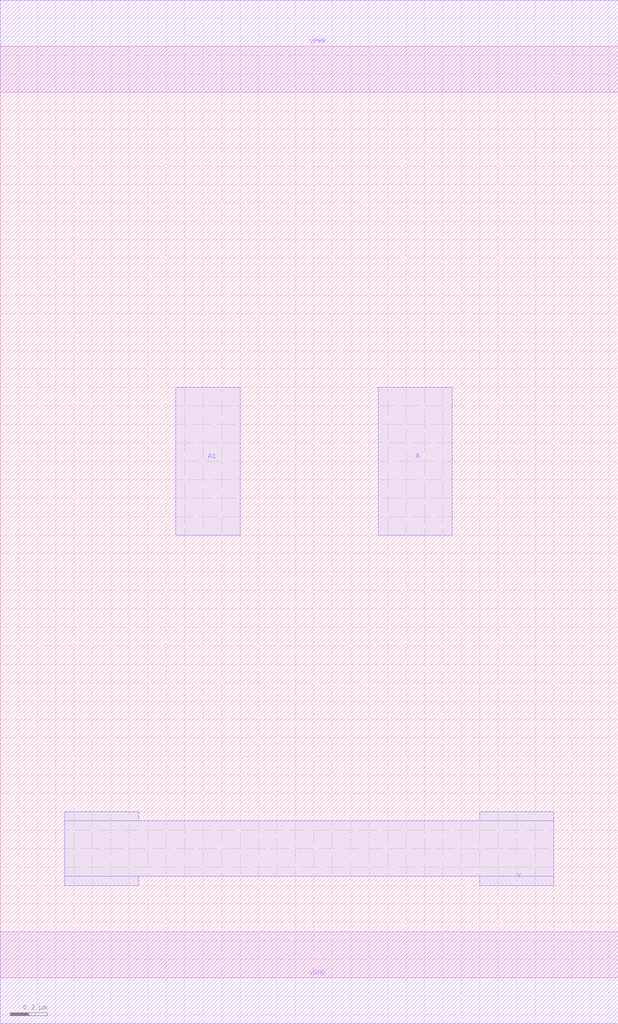
<source format=lef>
VERSION 5.7 ;
  NOWIREEXTENSIONATPIN ON ;
  DIVIDERCHAR "/" ;
  BUSBITCHARS "[]" ;
MACRO NOR2
  CLASS CORE ;
  FOREIGN NOR2 ;
  ORIGIN 0.000 0.000 ;
  SIZE 3.350 BY 5.050 ;
  SYMMETRY X Y R90 ;
  SITE unit ;
  PIN VPWR
    DIRECTION INOUT ;
    USE POWER ;
    SHAPE ABUTMENT ;
    PORT
      LAYER Metal1 ;
        RECT 0.000 4.800 3.350 5.300 ;
    END
  END VPWR
  PIN VGND
    DIRECTION INOUT ;
    USE GROUND ;
    SHAPE ABUTMENT ;
    PORT
      LAYER Metal1 ;
        RECT 0.000 -0.250 3.350 0.250 ;
    END
  END VGND
  PIN Y
    DIRECTION INOUT ;
    USE SIGNAL ;
    SHAPE ABUTMENT ;
    PORT
      LAYER Metal2 ;
        RECT 0.350 0.850 0.750 0.900 ;
        RECT 2.600 0.850 3.000 0.900 ;
        RECT 0.350 0.550 3.000 0.850 ;
        RECT 0.350 0.500 0.750 0.550 ;
        RECT 2.600 0.500 3.000 0.550 ;
    END
  END Y
  PIN A
    DIRECTION INOUT ;
    USE SIGNAL ;
    SHAPE ABUTMENT ;
    PORT
      LAYER Metal2 ;
        RECT 2.050 2.400 2.450 3.200 ;
    END
  END A
  PIN A1
    DIRECTION INOUT ;
    USE SIGNAL ;
    SHAPE ABUTMENT ;
    PORT
      LAYER Metal2 ;
        RECT 0.950 2.400 1.300 3.200 ;
    END
  END A1
END NOR2
END LIBRARY


</source>
